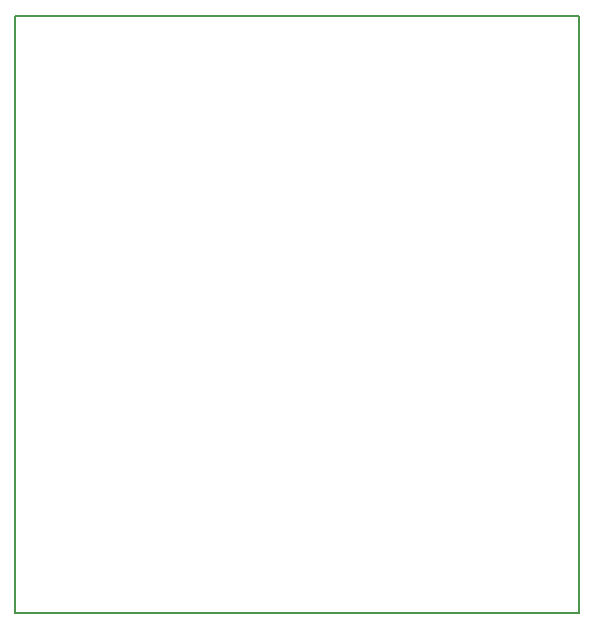
<source format=gko>
G04 #@! TF.FileFunction,Profile,NP*
%FSLAX46Y46*%
G04 Gerber Fmt 4.6, Leading zero omitted, Abs format (unit mm)*
G04 Created by KiCad (PCBNEW 4.0.2-stable) date 05.07.2017 20:40:53*
%MOMM*%
G01*
G04 APERTURE LIST*
%ADD10C,0.100000*%
%ADD11C,0.150000*%
G04 APERTURE END LIST*
D10*
D11*
X155956000Y-135890000D02*
X155956000Y-85344000D01*
X203708000Y-135890000D02*
X155956000Y-135890000D01*
X203708000Y-85344000D02*
X203708000Y-135890000D01*
X169418000Y-85344000D02*
X203708000Y-85344000D01*
X155956000Y-85344000D02*
X169418000Y-85344000D01*
M02*

</source>
